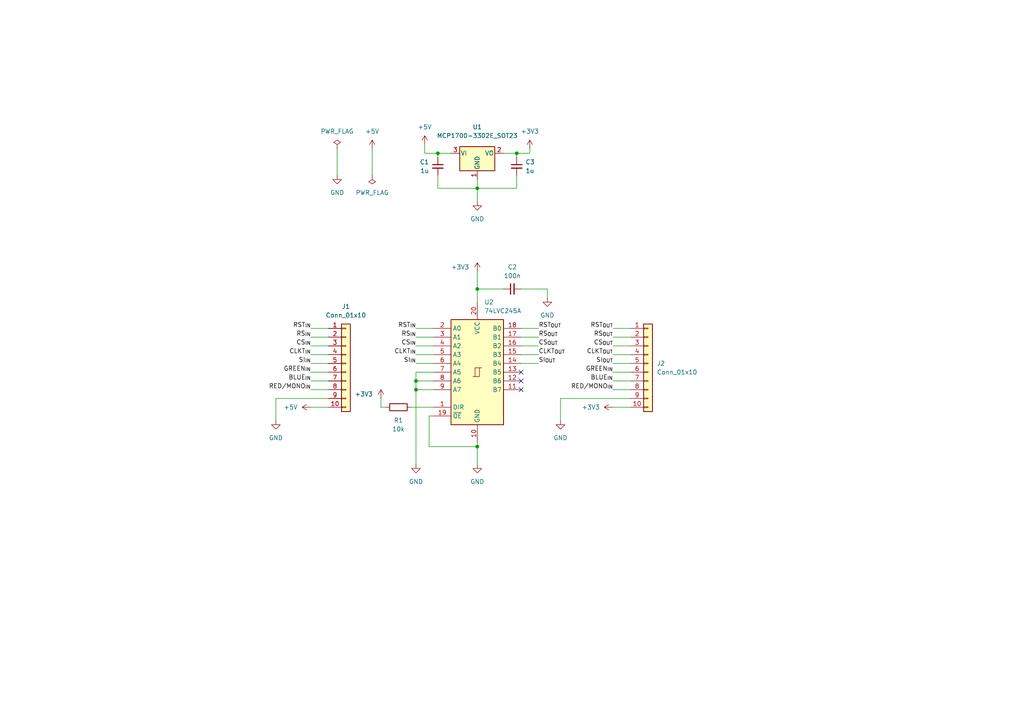
<source format=kicad_sch>
(kicad_sch (version 20211123) (generator eeschema)
  (paper "A4")
  (lib_symbols
    (symbol "Connector_Generic:Conn_01x10" (pin_names (offset 1.016) hide)
      (property "Reference" "J" (at 0 12.7 0))
      (property "Value" "Conn_01x10" (at 0 -15.24 0))
      (symbol "Conn_01x10_1_1"
        (rectangle (start -1.27 -12.573) (end 0 -12.827) (stroke (width 0.1524)))
        (rectangle (start -1.27 -10.033) (end 0 -10.287) (stroke (width 0.1524)))
        (rectangle (start -1.27 -7.493) (end 0 -7.747) (stroke (width 0.1524)))
        (rectangle (start -1.27 -4.953) (end 0 -5.207) (stroke (width 0.1524)))
        (rectangle (start -1.27 -2.413) (end 0 -2.667) (stroke (width 0.1524)))
        (rectangle (start -1.27 0.127) (end 0 -0.127) (stroke (width 0.1524)))
        (rectangle (start -1.27 2.667) (end 0 2.413) (stroke (width 0.1524)))
        (rectangle (start -1.27 5.207) (end 0 4.953) (stroke (width 0.1524)))
        (rectangle (start -1.27 7.747) (end 0 7.493) (stroke (width 0.1524)))
        (rectangle (start -1.27 10.287) (end 0 10.033) (stroke (width 0.1524)))
        (rectangle (start -1.27 11.43) (end 1.27 -13.97) (stroke (width 0.254)) (fill (type background)))
        (pin passive line (at -5.08 10.16 0) (length 3.81) (name "Pin_1") (number "1"))
        (pin passive line (at -5.08 -12.7 0) (length 3.81) (name "Pin_10") (number "10"))
        (pin passive line (at -5.08 7.62 0) (length 3.81) (name "Pin_2") (number "2"))
        (pin passive line (at -5.08 5.08 0) (length 3.81) (name "Pin_3") (number "3"))
        (pin passive line (at -5.08 2.54 0) (length 3.81) (name "Pin_4") (number "4"))
        (pin passive line (at -5.08 0 0) (length 3.81) (name "Pin_5") (number "5"))
        (pin passive line (at -5.08 -2.54 0) (length 3.81) (name "Pin_6") (number "6"))
        (pin passive line (at -5.08 -5.08 0) (length 3.81) (name "Pin_7") (number "7"))
        (pin passive line (at -5.08 -7.62 0) (length 3.81) (name "Pin_8") (number "8"))
        (pin passive line (at -5.08 -10.16 0) (length 3.81) (name "Pin_9") (number "9"))
      )
    )
    (symbol "Device:C_Small" (pin_numbers hide) (pin_names (offset 0.254) hide)
      (property "Reference" "C" (at 0.254 1.778 0))
      (property "Value" "C_Small" (at 0.254 -2.032 0))
      (symbol "C_Small_0_1"
        (polyline (pts (xy -1.524 -0.508) (xy 1.524 -0.508)) (stroke (width 0.3302)))
        (polyline (pts (xy -1.524 0.508) (xy 1.524 0.508)) (stroke (width 0.3048)))
      )
      (symbol "C_Small_1_1"
        (pin passive line (at 0 2.54 270) (length 2.032) (name "~") (number "1"))
        (pin passive line (at 0 -2.54 90) (length 2.032) (name "~") (number "2"))
      )
    )
    (symbol "Device:R" (pin_numbers hide) (pin_names (offset 0))
      (property "Reference" "R" (at 2.032 0 90))
      (property "Value" "R" (at 0 0 90))
      (symbol "R_0_1"
        (rectangle (start -1.016 -2.54) (end 1.016 2.54) (stroke (width 0.254)))
      )
      (symbol "R_1_1"
        (pin passive line (at 0 3.81 270) (length 1.27) (name "~") (number "1"))
        (pin passive line (at 0 -3.81 90) (length 1.27) (name "~") (number "2"))
      )
    )
    (symbol "My74xx:74LVC245A"
      (property "Reference" "U" (at -7.62 16.51 0))
      (property "Value" "74LVC245A" (at -7.62 -16.51 0))
      (symbol "74LVC245A_1_0"
        (polyline (pts (xy -0.635 -1.27) (xy -0.635 1.27) (xy 0.635 1.27)))
        (polyline (pts (xy -1.27 -1.27) (xy 0.635 -1.27) (xy 0.635 1.27) (xy 1.27 1.27)))
        (pin input line (at -12.7 -10.16 0) (length 5.08) (name "DIR") (number "1"))
        (pin power_in line (at 0 -20.32 90) (length 5.08) (name "GND") (number "10"))
        (pin tri_state line (at 12.7 -5.08 180) (length 5.08) (name "B7") (number "11"))
        (pin tri_state line (at 12.7 -2.54 180) (length 5.08) (name "B6") (number "12"))
        (pin tri_state line (at 12.7 0 180) (length 5.08) (name "B5") (number "13"))
        (pin tri_state line (at 12.7 2.54 180) (length 5.08) (name "B4") (number "14"))
        (pin tri_state line (at 12.7 5.08 180) (length 5.08) (name "B3") (number "15"))
        (pin tri_state line (at 12.7 7.62 180) (length 5.08) (name "B2") (number "16"))
        (pin tri_state line (at 12.7 10.16 180) (length 5.08) (name "B1") (number "17"))
        (pin tri_state line (at 12.7 12.7 180) (length 5.08) (name "B0") (number "18"))
        (pin input line (at -12.7 -12.7 0) (length 5.08) (name "~{OE}") (number "19"))
        (pin tri_state line (at -12.7 12.7 0) (length 5.08) (name "A0") (number "2"))
        (pin power_in line (at 0 20.32 270) (length 5.08) (name "VCC") (number "20"))
        (pin tri_state line (at -12.7 10.16 0) (length 5.08) (name "A1") (number "3"))
        (pin tri_state line (at -12.7 7.62 0) (length 5.08) (name "A2") (number "4"))
        (pin tri_state line (at -12.7 5.08 0) (length 5.08) (name "A3") (number "5"))
        (pin tri_state line (at -12.7 2.54 0) (length 5.08) (name "A4") (number "6"))
        (pin tri_state line (at -12.7 0 0) (length 5.08) (name "A5") (number "7"))
        (pin tri_state line (at -12.7 -2.54 0) (length 5.08) (name "A6") (number "8"))
        (pin tri_state line (at -12.7 -5.08 0) (length 5.08) (name "A7") (number "9"))
      )
      (symbol "74LVC245A_1_1"
        (rectangle (start -7.62 15.24) (end 7.62 -15.24) (stroke (width 0.254)) (fill (type background)))
      )
    )
    (symbol "Regulator_Linear:MCP1700-3302E_SOT23" (pin_names (offset 0.254))
      (property "Reference" "U" (at -3.81 3.175 0))
      (property "Value" "MCP1700-3302E_SOT23" (at 0 3.175 0))
      (symbol "MCP1700-3302E_SOT23_0_1"
        (rectangle (start -5.08 1.905) (end 5.08 -5.08) (stroke (width 0.254)) (fill (type background)))
      )
      (symbol "MCP1700-3302E_SOT23_1_1"
        (pin power_in line (at 0 -7.62 90) (length 2.54) (name "GND") (number "1"))
        (pin power_out line (at 7.62 0 180) (length 2.54) (name "VO") (number "2"))
        (pin power_in line (at -7.62 0 0) (length 2.54) (name "VI") (number "3"))
      )
    )
    (symbol "power:+3.3V" (power) (pin_names (offset 0))
      (property "Value" "+3.3V" (at 0 3.556 0))
      (symbol "+3.3V_0_1"
        (polyline (pts (xy -0.762 1.27) (xy 0 2.54)))
        (polyline (pts (xy 0 0) (xy 0 2.54)))
        (polyline (pts (xy 0 2.54) (xy 0.762 1.27)))
      )
      (symbol "+3.3V_1_1"
        (pin power_in line (at 0 0 90) (length 0) hide (name "+3V3") (number "1"))
      )
    )
    (symbol "power:+5V" (power) (pin_names (offset 0))
      (property "Value" "+5V" (at 0 3.556 0))
      (symbol "+5V_0_1"
        (polyline (pts (xy -0.762 1.27) (xy 0 2.54)))
        (polyline (pts (xy 0 0) (xy 0 2.54)))
        (polyline (pts (xy 0 2.54) (xy 0.762 1.27)))
      )
      (symbol "+5V_1_1"
        (pin power_in line (at 0 0 90) (length 0) hide (name "+5V") (number "1"))
      )
    )
    (symbol "power:GND" (power) (pin_names (offset 0))
      (property "Value" "GND" (at 0 -3.81 0))
      (symbol "GND_0_1"
        (polyline (pts (xy 0 0) (xy 0 -1.27) (xy 1.27 -1.27) (xy 0 -2.54) (xy -1.27 -1.27) (xy 0 -1.27)))
      )
      (symbol "GND_1_1"
        (pin power_in line (at 0 0 270) (length 0) hide (name "GND") (number "1"))
      )
    )
    (symbol "power:PWR_FLAG" (power) (pin_numbers hide) (pin_names (offset 0) hide)
      (property "Value" "PWR_FLAG" (at 0 3.81 0))
      (symbol "PWR_FLAG_0_0"
        (pin power_out line (at 0 0 90) (length 0) (name "pwr") (number "1"))
      )
      (symbol "PWR_FLAG_0_1"
        (polyline (pts (xy 0 0) (xy 0 1.27) (xy -1.016 1.905) (xy 0 2.54) (xy 1.016 1.905) (xy 0 1.27)))
      )
    )
  )
  (junction (at 127 44.45))
  (junction (at 138.43 83.82))
  (junction (at 138.43 54.61))
  (junction (at 120.65 113.03))
  (junction (at 120.65 110.49))
  (junction (at 138.43 129.54))
  (junction (at 149.86 44.45))
  (no_connect (at 151.13 107.95))
  (no_connect (at 151.13 110.49))
  (no_connect (at 151.13 113.03))
  (wire (pts (xy 177.8 95.25) (xy 182.88 95.25)))
  (wire (pts (xy 110.49 115.57) (xy 110.49 118.11)))
  (wire (pts (xy 138.43 128.27) (xy 138.43 129.54)))
  (wire (pts (xy 149.86 54.61) (xy 138.43 54.61)))
  (wire (pts (xy 162.56 121.92) (xy 162.56 115.57)))
  (wire (pts (xy 119.38 118.11) (xy 125.73 118.11)))
  (wire (pts (xy 149.86 44.45) (xy 153.67 44.45)))
  (wire (pts (xy 151.13 95.25) (xy 156.21 95.25)))
  (wire (pts (xy 95.25 100.33) (xy 90.17 100.33)))
  (wire (pts (xy 177.8 107.95) (xy 182.88 107.95)))
  (wire (pts (xy 151.13 102.87) (xy 156.21 102.87)))
  (wire (pts (xy 177.8 100.33) (xy 182.88 100.33)))
  (wire (pts (xy 124.46 129.54) (xy 138.43 129.54)))
  (wire (pts (xy 120.65 105.41) (xy 125.73 105.41)))
  (wire (pts (xy 120.65 113.03) (xy 125.73 113.03)))
  (wire (pts (xy 177.8 105.41) (xy 182.88 105.41)))
  (wire (pts (xy 177.8 118.11) (xy 182.88 118.11)))
  (wire (pts (xy 177.8 110.49) (xy 182.88 110.49)))
  (wire (pts (xy 95.25 118.11) (xy 90.17 118.11)))
  (wire (pts (xy 120.65 107.95) (xy 120.65 110.49)))
  (wire (pts (xy 120.65 110.49) (xy 120.65 113.03)))
  (wire (pts (xy 127 44.45) (xy 130.81 44.45)))
  (wire (pts (xy 138.43 52.07) (xy 138.43 54.61)))
  (wire (pts (xy 95.25 95.25) (xy 90.17 95.25)))
  (wire (pts (xy 138.43 83.82) (xy 146.05 83.82)))
  (wire (pts (xy 138.43 83.82) (xy 138.43 87.63)))
  (wire (pts (xy 138.43 129.54) (xy 138.43 134.62)))
  (wire (pts (xy 124.46 120.65) (xy 124.46 129.54)))
  (wire (pts (xy 95.25 113.03) (xy 90.17 113.03)))
  (wire (pts (xy 151.13 97.79) (xy 156.21 97.79)))
  (wire (pts (xy 95.25 105.41) (xy 90.17 105.41)))
  (wire (pts (xy 120.65 107.95) (xy 125.73 107.95)))
  (wire (pts (xy 177.8 113.03) (xy 182.88 113.03)))
  (wire (pts (xy 97.79 43.18) (xy 97.79 50.8)))
  (wire (pts (xy 177.8 97.79) (xy 182.88 97.79)))
  (wire (pts (xy 120.65 95.25) (xy 125.73 95.25)))
  (wire (pts (xy 153.67 44.45) (xy 153.67 43.18)))
  (wire (pts (xy 95.25 115.57) (xy 80.01 115.57)))
  (wire (pts (xy 110.49 118.11) (xy 111.76 118.11)))
  (wire (pts (xy 177.8 102.87) (xy 182.88 102.87)))
  (wire (pts (xy 120.65 113.03) (xy 120.65 134.62)))
  (wire (pts (xy 95.25 102.87) (xy 90.17 102.87)))
  (wire (pts (xy 162.56 115.57) (xy 182.88 115.57)))
  (wire (pts (xy 127 50.8) (xy 127 54.61)))
  (wire (pts (xy 120.65 97.79) (xy 125.73 97.79)))
  (wire (pts (xy 127 54.61) (xy 138.43 54.61)))
  (wire (pts (xy 95.25 97.79) (xy 90.17 97.79)))
  (wire (pts (xy 149.86 50.8) (xy 149.86 54.61)))
  (wire (pts (xy 138.43 54.61) (xy 138.43 58.42)))
  (wire (pts (xy 123.19 44.45) (xy 123.19 41.91)))
  (wire (pts (xy 95.25 107.95) (xy 90.17 107.95)))
  (wire (pts (xy 158.75 83.82) (xy 158.75 86.36)))
  (wire (pts (xy 80.01 115.57) (xy 80.01 121.92)))
  (wire (pts (xy 120.65 100.33) (xy 125.73 100.33)))
  (wire (pts (xy 95.25 110.49) (xy 90.17 110.49)))
  (wire (pts (xy 127 44.45) (xy 127 45.72)))
  (wire (pts (xy 151.13 100.33) (xy 156.21 100.33)))
  (wire (pts (xy 146.05 44.45) (xy 149.86 44.45)))
  (wire (pts (xy 151.13 105.41) (xy 156.21 105.41)))
  (wire (pts (xy 125.73 120.65) (xy 124.46 120.65)))
  (wire (pts (xy 120.65 110.49) (xy 125.73 110.49)))
  (wire (pts (xy 120.65 102.87) (xy 125.73 102.87)))
  (wire (pts (xy 151.13 83.82) (xy 158.75 83.82)))
  (wire (pts (xy 149.86 44.45) (xy 149.86 45.72)))
  (wire (pts (xy 123.19 44.45) (xy 127 44.45)))
  (wire (pts (xy 107.95 43.18) (xy 107.95 50.8)))
  (wire (pts (xy 138.43 78.74) (xy 138.43 83.82)))
  (label "BLUE_{IN}" (at 177.8 110.49 180))
  (label "RS_{OUT}" (at 177.8 97.79 180))
  (label "RST_{IN}" (at 120.65 95.25 180))
  (label "SI_{IN}" (at 120.65 105.41 180))
  (label "RED{slash}MONO_{IN}" (at 177.8 113.03 180))
  (label "SI_{OUT}" (at 156.21 105.41 0))
  (label "RST_{IN}" (at 90.17 95.25 180))
  (label "RED{slash}MONO_{IN}" (at 90.17 113.03 180))
  (label "CS_{OUT}" (at 156.21 100.33 0))
  (label "RST_{OUT}" (at 156.21 95.25 0))
  (label "RS_{IN}" (at 120.65 97.79 180))
  (label "RS_{IN}" (at 90.17 97.79 180))
  (label "CLKT_{IN}" (at 90.17 102.87 180))
  (label "CLKT_{OUT}" (at 177.8 102.87 180))
  (label "CS_{OUT}" (at 177.8 100.33 180))
  (label "BLUE_{IN}" (at 90.17 110.49 180))
  (label "CS_{IN}" (at 120.65 100.33 180))
  (label "CLKT_{OUT}" (at 156.21 102.87 0))
  (label "GREEN_{IN}" (at 90.17 107.95 180))
  (label "SI_{OUT}" (at 177.8 105.41 180))
  (label "SI_{IN}" (at 90.17 105.41 180))
  (label "CLKT_{IN}" (at 120.65 102.87 180))
  (label "CS_{IN}" (at 90.17 100.33 180))
  (label "RS_{OUT}" (at 156.21 97.79 0))
  (label "GREEN_{IN}" (at 177.8 107.95 180))
  (label "RST_{OUT}" (at 177.8 95.25 180))
  (symbol (lib_id "power:GND") (at 80.01 121.92 0) (mirror y) (unit 1)
    (property "Reference" "#PWR01" (effects hide))
    (property "Value" "GND" (at 80.01 127 0))
  )
  (symbol (lib_id "power:+3.3V") (at 138.43 78.74 0) (unit 1)
    (property "Reference" "#PWR09" (effects hide))
    (property "Value" "+3.3V" (at 130.81 77.47 0) (effects (justify left)))
  )
  (symbol (lib_id "Connector_Generic:Conn_01x10") (at 100.33 105.41 0) (unit 1)
    (property "Reference" "J1" (at 100.33 88.9 0))
    (property "Value" "Conn_01x10" (at 100.33 91.44 0))
    (property "Footprint" "Connector_PinHeader_2.54mm:PinHeader_1x10_P2.54mm_Vertical" (effects hide))
  )
  (symbol (lib_id "power:+5V") (at 90.17 118.11 90) (mirror x) (unit 1)
    (property "Reference" "#PWR02" (effects hide))
    (property "Value" "+5V" (at 86.36 118.1099 90) (effects (justify left)))
  )
  (symbol (lib_id "power:+5V") (at 123.19 41.91 0) (unit 1)
    (property "Reference" "#PWR07" (effects hide))
    (property "Value" "+5V" (at 123.19 36.83 0))
  )
  (symbol (lib_id "Device:C_Small") (at 127 48.26 0) (unit 1)
    (property "Reference" "C1" (at 124.46 46.9962 0) (effects (justify right)))
    (property "Value" "1u" (at 124.46 49.5362 0) (effects (justify right)))
    (property "Footprint" "Capacitor_SMD:C_1206_3216Metric_Pad1.33x1.80mm_HandSolder" (effects hide))
  )
  (symbol (lib_id "power:PWR_FLAG") (at 97.79 43.18 0) (unit 1)
    (property "Reference" "#FLG01" (effects hide))
    (property "Value" "PWR_FLAG" (at 97.79 38.1 0))
  )
  (symbol (lib_id "power:+3.3V") (at 110.49 115.57 0) (unit 1)
    (property "Reference" "#PWR05" (effects hide))
    (property "Value" "+3.3V" (at 102.87 114.3 0) (effects (justify left)))
  )
  (symbol (lib_id "Device:R") (at 115.57 118.11 90) (unit 1)
    (property "Reference" "R1" (at 115.57 121.92 90))
    (property "Value" "10k" (at 115.57 124.46 90))
    (property "Footprint" "Resistor_SMD:R_1206_3216Metric_Pad1.30x1.75mm_HandSolder" (effects hide))
  )
  (symbol (lib_id "power:+3.3V") (at 153.67 43.18 0) (unit 1)
    (property "Reference" "#PWR011" (effects hide))
    (property "Value" "+3.3V" (at 153.67 38.1 0))
  )
  (symbol (lib_id "power:GND") (at 120.65 134.62 0) (mirror y) (unit 1)
    (property "Reference" "#PWR06" (effects hide))
    (property "Value" "GND" (at 120.65 139.7 0))
  )
  (symbol (lib_id "Device:C_Small") (at 148.59 83.82 90) (unit 1)
    (property "Reference" "C2" (at 148.5963 77.47 90))
    (property "Value" "100n" (at 148.5963 80.01 90))
    (property "Footprint" "Capacitor_SMD:C_1206_3216Metric_Pad1.33x1.80mm_HandSolder" (effects hide))
  )
  (symbol (lib_id "power:GND") (at 138.43 58.42 0) (unit 1)
    (property "Reference" "#PWR08" (effects hide))
    (property "Value" "GND" (at 138.43 63.5 0))
  )
  (symbol (lib_id "power:GND") (at 162.56 121.92 0) (mirror y) (unit 1)
    (property "Reference" "#PWR013" (effects hide))
    (property "Value" "GND" (at 162.56 127 0))
  )
  (symbol (lib_id "power:GND") (at 158.75 86.36 0) (mirror y) (unit 1)
    (property "Reference" "#PWR012" (effects hide))
    (property "Value" "GND" (at 158.75 91.44 0))
  )
  (symbol (lib_id "Connector_Generic:Conn_01x10") (at 187.96 105.41 0) (unit 1)
    (property "Reference" "J2" (at 190.5 105.4099 0) (effects (justify left)))
    (property "Value" "Conn_01x10" (at 190.5 107.9499 0) (effects (justify left)))
    (property "Footprint" "Connector_PinSocket_2.54mm:PinSocket_1x10_P2.54mm_Horizontal" (effects hide))
  )
  (symbol (lib_id "My74xx:74LVC245A") (at 138.43 107.95 0) (unit 1)
    (property "Reference" "U2" (at 140.4494 87.63 0) (effects (justify left)))
    (property "Value" "74LVC245A" (at 140.4494 90.17 0) (effects (justify left)))
    (property "Footprint" "Package_SO:TSSOP-20_4.4x6.5mm_P0.65mm" (effects hide))
    (property "Datasheet" "https://www.ti.com/lit/ds/symlink/sn74lvc245a.pdf" (effects hide))
  )
  (symbol (lib_id "power:+3.3V") (at 177.8 118.11 90) (unit 1)
    (property "Reference" "#PWR014" (effects hide))
    (property "Value" "+3.3V" (at 173.99 118.1099 90) (effects (justify left)))
  )
  (symbol (lib_id "Device:C_Small") (at 149.86 48.26 0) (unit 1)
    (property "Reference" "C3" (at 152.4 46.9962 0) (effects (justify left)))
    (property "Value" "1u" (at 152.4 49.5362 0) (effects (justify left)))
    (property "Footprint" "Capacitor_SMD:C_1206_3216Metric_Pad1.33x1.80mm_HandSolder" (effects hide))
  )
  (symbol (lib_id "power:GND") (at 138.43 134.62 0) (mirror y) (unit 1)
    (property "Reference" "#PWR010" (effects hide))
    (property "Value" "GND" (at 138.43 139.7 0))
  )
  (symbol (lib_id "power:+5V") (at 107.95 43.18 0) (unit 1)
    (property "Reference" "#PWR04" (effects hide))
    (property "Value" "+5V" (at 107.95 38.1 0))
  )
  (symbol (lib_id "power:GND") (at 97.79 50.8 0) (unit 1)
    (property "Reference" "#PWR03" (effects hide))
    (property "Value" "GND" (at 97.79 55.88 0))
  )
  (symbol (lib_id "power:PWR_FLAG") (at 107.95 50.8 180) (unit 1)
    (property "Reference" "#FLG02" (effects hide))
    (property "Value" "PWR_FLAG" (at 107.95 55.88 0))
  )
  (symbol (lib_id "Regulator_Linear:MCP1700-3302E_SOT23") (at 138.43 44.45 0) (unit 1)
    (property "Reference" "U1" (at 138.43 36.83 0))
    (property "Value" "MCP1700-3302E_SOT23" (at 138.43 39.37 0))
    (property "Footprint" "Package_TO_SOT_SMD:SOT-23" (effects hide))
    (property "Datasheet" "http://ww1.microchip.com/downloads/en/DeviceDoc/20001826D.pdf" (effects hide))
  )
)
</source>
